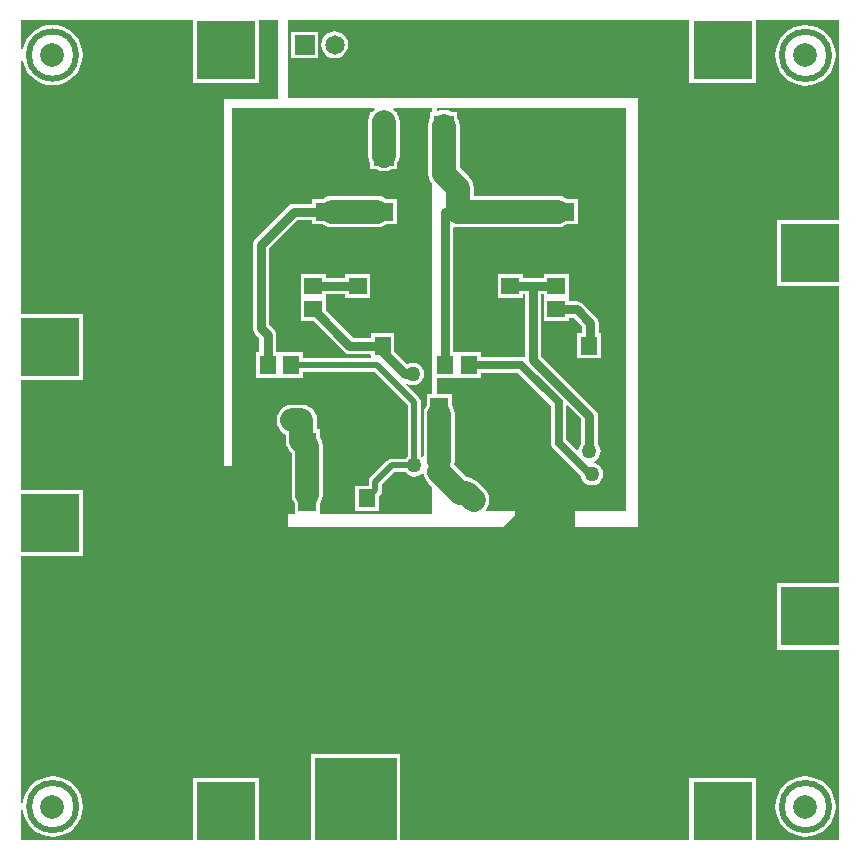
<source format=gbl>
G04 Layer_Physical_Order=2*
G04 Layer_Color=16711680*
%FSLAX23Y23*%
%MOIN*%
G70*
G01*
G75*
%ADD11R,0.059X0.055*%
%ADD17C,0.030*%
%ADD18C,0.080*%
%ADD19C,0.028*%
%ADD20C,0.020*%
%ADD22C,0.020*%
%ADD23R,0.197X0.197*%
%ADD24R,0.197X0.197*%
%ADD25R,0.276X0.276*%
%ADD26R,0.065X0.118*%
%ADD27R,0.065X0.065*%
%ADD28C,0.065*%
%ADD29C,0.079*%
%ADD30C,0.020*%
%ADD31C,0.050*%
%ADD32R,0.055X0.059*%
%ADD33R,0.059X0.110*%
%ADD34R,0.110X0.059*%
%ADD35C,0.200*%
G36*
X2225Y2780D02*
X2045D01*
X2045Y1555D01*
X2073D01*
Y2751D01*
X2547D01*
X2548Y2746D01*
X2542Y2741D01*
X2538Y2736D01*
X2534D01*
Y2731D01*
X2534Y2730D01*
X2528Y2718D01*
X2527Y2704D01*
Y2691D01*
Y2591D01*
X2528Y2577D01*
X2534Y2565D01*
X2534Y2564D01*
Y2546D01*
X2552D01*
X2553Y2546D01*
X2565Y2540D01*
X2579Y2539D01*
X2593Y2540D01*
X2605Y2546D01*
X2606Y2546D01*
X2624D01*
Y2564D01*
X2624Y2565D01*
X2630Y2577D01*
X2631Y2591D01*
Y2691D01*
Y2704D01*
X2630Y2718D01*
X2624Y2730D01*
X2624Y2731D01*
Y2736D01*
X2620D01*
X2616Y2741D01*
X2610Y2746D01*
X2611Y2751D01*
X2739D01*
Y2736D01*
X2734D01*
Y2718D01*
X2734Y2717D01*
X2728Y2705D01*
X2727Y2691D01*
Y2591D01*
Y2531D01*
X2728Y2517D01*
X2734Y2505D01*
X2739Y2498D01*
Y1795D01*
X2721D01*
Y1759D01*
X2718Y1754D01*
X2712Y1742D01*
X2711Y1728D01*
Y1588D01*
X2706Y1586D01*
X2702Y1588D01*
Y1768D01*
X2701Y1777D01*
X2696Y1784D01*
X2652Y1828D01*
X2655Y1831D01*
X2656Y1831D01*
X2665Y1827D01*
X2675Y1826D01*
X2685Y1827D01*
X2694Y1831D01*
X2701Y1837D01*
X2707Y1844D01*
X2711Y1853D01*
X2712Y1863D01*
X2711Y1873D01*
X2707Y1882D01*
X2701Y1889D01*
X2694Y1895D01*
X2685Y1899D01*
X2675Y1900D01*
X2665Y1899D01*
X2656Y1895D01*
X2656Y1895D01*
X2614Y1936D01*
Y1999D01*
X2535D01*
Y1984D01*
X2475D01*
X2385Y2075D01*
Y2129D01*
X2450D01*
Y2117D01*
X2534D01*
Y2196D01*
X2450D01*
Y2184D01*
X2385D01*
Y2196D01*
X2302D01*
Y2117D01*
Y2038D01*
X2345D01*
X2445Y1938D01*
X2451Y1933D01*
X2457Y1931D01*
X2464Y1930D01*
X2532D01*
X2535Y1926D01*
Y1915D01*
X2530Y1915D01*
X2310D01*
Y1935D01*
X2219D01*
Y1993D01*
X2218Y2000D01*
X2215Y2007D01*
X2211Y2013D01*
X2196Y2027D01*
Y2282D01*
X2291Y2377D01*
X2339D01*
Y2362D01*
X2375D01*
X2380Y2359D01*
X2393Y2353D01*
X2407Y2352D01*
X2556D01*
X2569Y2353D01*
X2582Y2359D01*
X2587Y2362D01*
X2623D01*
Y2446D01*
X2587D01*
X2582Y2449D01*
X2569Y2455D01*
X2556Y2456D01*
X2407D01*
X2393Y2455D01*
X2380Y2449D01*
X2375Y2446D01*
X2339D01*
Y2431D01*
X2280D01*
X2273Y2430D01*
X2266Y2428D01*
X2261Y2423D01*
X2150Y2312D01*
X2145Y2307D01*
X2143Y2300D01*
X2142Y2293D01*
Y2016D01*
X2143Y2009D01*
X2145Y2002D01*
X2150Y1997D01*
X2164Y1982D01*
Y1935D01*
X2152D01*
Y1851D01*
X2310D01*
Y1871D01*
X2546D01*
X2658Y1759D01*
Y1587D01*
X2654Y1584D01*
X2651Y1580D01*
X2605D01*
X2596Y1579D01*
X2589Y1574D01*
X2534Y1519D01*
X2529Y1512D01*
X2528Y1503D01*
Y1491D01*
X2484D01*
Y1407D01*
X2563D01*
Y1457D01*
X2566Y1460D01*
X2571Y1467D01*
X2572Y1476D01*
Y1494D01*
X2614Y1536D01*
X2651D01*
X2654Y1532D01*
X2661Y1526D01*
X2670Y1522D01*
X2680Y1521D01*
X2690Y1522D01*
X2699Y1526D01*
X2706Y1531D01*
X2707Y1531D01*
X2711Y1530D01*
X2712Y1523D01*
X2718Y1511D01*
X2726Y1500D01*
X2739Y1487D01*
Y1396D01*
X2365D01*
Y1430D01*
X2368Y1435D01*
X2374Y1447D01*
X2375Y1461D01*
Y1612D01*
Y1622D01*
X2374Y1636D01*
X2368Y1648D01*
X2365Y1653D01*
Y1679D01*
X2356D01*
Y1708D01*
X2355Y1722D01*
X2349Y1734D01*
X2341Y1745D01*
X2330Y1753D01*
X2318Y1759D01*
X2304Y1760D01*
X2296Y1759D01*
X2289Y1760D01*
X2273D01*
X2259Y1759D01*
X2247Y1753D01*
X2236Y1745D01*
X2228Y1734D01*
X2222Y1722D01*
X2221Y1708D01*
X2222Y1694D01*
X2228Y1682D01*
X2236Y1671D01*
X2247Y1663D01*
X2252Y1661D01*
Y1641D01*
X2253Y1627D01*
X2259Y1615D01*
X2267Y1604D01*
X2271Y1600D01*
Y1461D01*
X2272Y1447D01*
X2278Y1435D01*
X2281Y1430D01*
Y1396D01*
X2260D01*
X2260Y311D01*
X2256Y308D01*
X2164D01*
Y517D01*
X1943D01*
Y308D01*
X1370D01*
Y410D01*
X1375Y410D01*
X1376Y401D01*
X1382Y382D01*
X1391Y365D01*
X1404Y350D01*
X1419Y337D01*
X1436Y328D01*
X1455Y322D01*
X1475Y320D01*
X1495Y322D01*
X1514Y328D01*
X1531Y337D01*
X1546Y350D01*
X1559Y365D01*
X1568Y382D01*
X1574Y401D01*
X1576Y421D01*
X1574Y441D01*
X1568Y460D01*
X1559Y477D01*
X1546Y492D01*
X1531Y505D01*
X1514Y514D01*
X1495Y520D01*
X1475Y522D01*
X1455Y520D01*
X1436Y514D01*
X1419Y505D01*
X1404Y492D01*
X1391Y477D01*
X1382Y460D01*
X1376Y441D01*
X1375Y432D01*
X1370Y432D01*
Y1255D01*
X1576D01*
Y1476D01*
X1370D01*
Y1842D01*
X1576D01*
Y2062D01*
X1370D01*
Y2906D01*
X1375Y2906D01*
X1381Y2887D01*
X1390Y2870D01*
X1403Y2855D01*
X1418Y2842D01*
X1435Y2833D01*
X1454Y2827D01*
X1474Y2825D01*
X1494Y2827D01*
X1513Y2833D01*
X1530Y2842D01*
X1545Y2855D01*
X1558Y2870D01*
X1567Y2887D01*
X1573Y2906D01*
X1575Y2926D01*
X1573Y2946D01*
X1567Y2965D01*
X1558Y2982D01*
X1545Y2997D01*
X1530Y3010D01*
X1513Y3019D01*
X1494Y3025D01*
X1474Y3027D01*
X1454Y3025D01*
X1435Y3019D01*
X1418Y3010D01*
X1403Y2997D01*
X1390Y2982D01*
X1381Y2965D01*
X1375Y2946D01*
X1370Y2946D01*
Y3042D01*
X1943D01*
Y2833D01*
X2164D01*
Y3042D01*
X2225D01*
Y2780D01*
D02*
G37*
G36*
X3386Y1407D02*
X2922D01*
X2920Y1411D01*
X2923Y1416D01*
X2929Y1428D01*
X2930Y1442D01*
X2929Y1456D01*
X2923Y1468D01*
X2915Y1479D01*
X2891Y1503D01*
X2880Y1511D01*
X2868Y1517D01*
X2856Y1518D01*
X2814Y1560D01*
X2815Y1573D01*
Y1728D01*
X2814Y1742D01*
X2808Y1754D01*
X2805Y1759D01*
Y1795D01*
X2755D01*
Y1851D01*
X2901D01*
Y1867D01*
X3025D01*
X3135Y1757D01*
Y1634D01*
X3135Y1634D01*
X3136Y1627D01*
X3138Y1621D01*
X3142Y1615D01*
X3236Y1522D01*
X3236Y1519D01*
X3240Y1510D01*
X3246Y1503D01*
X3253Y1497D01*
X3262Y1493D01*
X3272Y1492D01*
X3282Y1493D01*
X3291Y1497D01*
X3298Y1503D01*
X3304Y1510D01*
X3308Y1519D01*
X3309Y1529D01*
X3308Y1539D01*
X3304Y1548D01*
X3298Y1555D01*
X3291Y1561D01*
X3282Y1565D01*
X3278Y1565D01*
X3278Y1571D01*
X3283Y1573D01*
X3290Y1579D01*
X3296Y1586D01*
X3300Y1595D01*
X3301Y1605D01*
X3300Y1615D01*
X3296Y1624D01*
X3291Y1630D01*
Y1720D01*
X3292Y1724D01*
X3291Y1731D01*
X3288Y1737D01*
X3284Y1743D01*
X3104Y1922D01*
Y2129D01*
X3112D01*
Y2117D01*
Y2038D01*
X3196D01*
Y2050D01*
X3211D01*
X3240Y2021D01*
Y1999D01*
X3224D01*
Y1915D01*
X3303D01*
Y1999D01*
X3295D01*
Y2033D01*
X3294Y2040D01*
X3291Y2046D01*
X3287Y2052D01*
X3242Y2097D01*
X3236Y2101D01*
X3229Y2104D01*
X3222Y2105D01*
X3196D01*
Y2117D01*
Y2196D01*
X3112D01*
Y2184D01*
X3042D01*
Y2196D01*
X2958D01*
Y2117D01*
X3042D01*
Y2129D01*
X3050D01*
Y1921D01*
X3045Y1918D01*
X3043Y1918D01*
X3036Y1919D01*
X3036Y1919D01*
X2901D01*
Y1935D01*
X2810D01*
Y2349D01*
X2815Y2353D01*
X2826Y2352D01*
X3158D01*
X3172Y2353D01*
X3184Y2359D01*
X3189Y2362D01*
X3225D01*
Y2446D01*
X3189D01*
X3184Y2449D01*
X3172Y2455D01*
X3158Y2456D01*
X2878D01*
Y2484D01*
X2877Y2498D01*
X2871Y2510D01*
X2863Y2521D01*
X2831Y2553D01*
Y2691D01*
X2830Y2705D01*
X2824Y2717D01*
X2823Y2718D01*
Y2736D01*
X2806D01*
X2805Y2736D01*
X2793Y2742D01*
X2779Y2743D01*
X2765Y2742D01*
X2759Y2739D01*
X2755Y2742D01*
Y2751D01*
X3386D01*
Y1407D01*
D02*
G37*
G36*
X3237Y1713D02*
Y1630D01*
X3232Y1624D01*
X3228Y1615D01*
X3227Y1611D01*
X3223Y1609D01*
X3187Y1645D01*
Y1756D01*
X3192Y1758D01*
X3237Y1713D01*
D02*
G37*
G36*
X4097Y2377D02*
X3888D01*
Y2157D01*
X4097D01*
Y1165D01*
X3888D01*
Y944D01*
X4097D01*
Y308D01*
X3818D01*
Y517D01*
X3597D01*
Y308D01*
X2634D01*
Y596D01*
X2335D01*
Y308D01*
X2260D01*
Y1354D01*
X3425D01*
Y2783D01*
X2264Y2783D01*
X2260Y2787D01*
Y3042D01*
X3597D01*
Y2833D01*
X3818D01*
Y3042D01*
X4097D01*
Y2377D01*
D02*
G37*
%LPC*%
G36*
X2359Y3004D02*
X2270D01*
Y2915D01*
X2359D01*
Y3004D01*
D02*
G37*
G36*
X3984Y522D02*
X3964Y520D01*
X3945Y514D01*
X3928Y505D01*
X3913Y492D01*
X3900Y477D01*
X3891Y460D01*
X3885Y441D01*
X3883Y421D01*
X3885Y401D01*
X3891Y382D01*
X3900Y365D01*
X3913Y350D01*
X3928Y337D01*
X3945Y328D01*
X3964Y322D01*
X3984Y320D01*
X4004Y322D01*
X4023Y328D01*
X4040Y337D01*
X4055Y350D01*
X4068Y365D01*
X4077Y382D01*
X4083Y401D01*
X4085Y421D01*
X4083Y441D01*
X4077Y460D01*
X4068Y477D01*
X4055Y492D01*
X4040Y505D01*
X4023Y514D01*
X4004Y520D01*
X3984Y522D01*
D02*
G37*
G36*
Y3026D02*
X3964Y3024D01*
X3945Y3018D01*
X3928Y3009D01*
X3913Y2996D01*
X3900Y2981D01*
X3891Y2964D01*
X3885Y2945D01*
X3883Y2925D01*
X3885Y2905D01*
X3891Y2886D01*
X3900Y2869D01*
X3913Y2854D01*
X3928Y2841D01*
X3945Y2832D01*
X3964Y2826D01*
X3984Y2824D01*
X4004Y2826D01*
X4023Y2832D01*
X4040Y2841D01*
X4055Y2854D01*
X4068Y2869D01*
X4077Y2886D01*
X4083Y2905D01*
X4085Y2925D01*
X4083Y2945D01*
X4077Y2964D01*
X4068Y2981D01*
X4055Y2996D01*
X4040Y3009D01*
X4023Y3018D01*
X4004Y3024D01*
X3984Y3026D01*
D02*
G37*
G36*
X2415Y3005D02*
X2403Y3003D01*
X2393Y2999D01*
X2383Y2992D01*
X2376Y2982D01*
X2372Y2972D01*
X2370Y2960D01*
X2372Y2948D01*
X2376Y2938D01*
X2383Y2928D01*
X2393Y2921D01*
X2403Y2917D01*
X2415Y2915D01*
X2427Y2917D01*
X2437Y2921D01*
X2447Y2928D01*
X2454Y2938D01*
X2458Y2948D01*
X2460Y2960D01*
X2458Y2972D01*
X2454Y2982D01*
X2447Y2992D01*
X2437Y2999D01*
X2427Y3003D01*
X2415Y3005D01*
D02*
G37*
%LPD*%
D11*
X3000Y2156D02*
D03*
Y2078D02*
D03*
X3154Y2156D02*
D03*
Y2078D02*
D03*
X2492D02*
D03*
Y2156D02*
D03*
X2343Y2078D02*
D03*
Y2156D02*
D03*
D17*
X3154Y2078D02*
X3222D01*
X3267Y2033D01*
Y1957D02*
Y2033D01*
X3087Y2156D02*
X3154D01*
X3000D02*
X3087D01*
X3077Y1911D02*
Y2146D01*
X3087Y2156D01*
X2192Y1893D02*
Y1993D01*
X2169Y2016D02*
X2192Y1993D01*
X2169Y2016D02*
Y2293D01*
X2280Y2404D01*
X2407D01*
X2343Y2156D02*
X2492D01*
X2343Y2078D02*
X2464Y1957D01*
X2575D01*
X2649Y1863D02*
X2675D01*
X2575Y1937D02*
X2649Y1863D01*
X2575Y1937D02*
Y1957D01*
X2783Y1893D02*
Y2404D01*
X3264Y1605D02*
Y1723D01*
X3264Y1724D01*
X3077Y1911D02*
X3264Y1724D01*
D18*
X2304Y1641D02*
Y1708D01*
X2779Y2591D02*
Y2691D01*
Y2531D02*
Y2691D01*
X2304Y1641D02*
X2323Y1622D01*
X2763Y1573D02*
Y1728D01*
X2323Y1461D02*
Y1612D01*
Y1622D01*
X2407Y2404D02*
X2556D01*
X2826D02*
X3008D01*
X3158D01*
X2826D02*
Y2484D01*
X2779Y2531D02*
X2826Y2484D01*
X2579Y2591D02*
Y2691D01*
X2854Y1466D02*
X2878Y1442D01*
X2834Y1466D02*
X2854D01*
X2763Y1537D02*
X2834Y1466D01*
X2273Y1708D02*
X2289D01*
X2579Y2691D02*
Y2704D01*
D19*
X3036Y1893D02*
X3161Y1768D01*
X2861Y1893D02*
X3036D01*
X3266Y1529D02*
X3272D01*
X3161Y1634D02*
Y1768D01*
Y1634D02*
X3266Y1529D01*
D20*
X2680Y1558D02*
Y1768D01*
X2555Y1893D02*
X2680Y1768D01*
X2270Y1893D02*
X2555D01*
X2523Y1449D02*
X2550Y1476D01*
Y1503D01*
X2605Y1558D01*
X2680D01*
D22*
X4063Y2925D02*
G03*
X4063Y2925I-79J0D01*
G01*
Y421D02*
G03*
X4063Y421I-79J0D01*
G01*
X1554D02*
G03*
X1554Y421I-79J0D01*
G01*
X1553Y2926D02*
G03*
X1553Y2926I-79J0D01*
G01*
D23*
X2054Y2943D02*
D03*
X1743D02*
D03*
X2054Y407D02*
D03*
X1743D02*
D03*
X3708D02*
D03*
X3397D02*
D03*
Y2943D02*
D03*
X3708D02*
D03*
D24*
X3998Y1055D02*
D03*
Y1366D02*
D03*
X3999Y2267D02*
D03*
Y1956D02*
D03*
X1466Y1952D02*
D03*
Y2263D02*
D03*
Y1366D02*
D03*
Y1055D02*
D03*
D25*
X2953Y446D02*
D03*
X2485D02*
D03*
D26*
X3083Y1629D02*
D03*
X2503Y1635D02*
D03*
D27*
X2579Y2591D02*
D03*
X2779D02*
D03*
Y2691D02*
D03*
X2579D02*
D03*
X2315Y2960D02*
D03*
D28*
X2679Y2591D02*
D03*
X2879D02*
D03*
Y2691D02*
D03*
X2679D02*
D03*
X2415Y2960D02*
D03*
D29*
X3984Y2926D02*
D03*
Y421D02*
D03*
X1474D02*
D03*
Y2926D02*
D03*
D30*
X1999Y391D02*
D03*
Y470D02*
D03*
Y430D02*
D03*
Y352D02*
D03*
X2038Y391D02*
D03*
Y470D02*
D03*
Y430D02*
D03*
Y352D02*
D03*
X1684Y2888D02*
D03*
X1723D02*
D03*
X1763D02*
D03*
X1802D02*
D03*
X1684Y2928D02*
D03*
X1723D02*
D03*
X1763D02*
D03*
X1802D02*
D03*
X1684Y2967D02*
D03*
X1723D02*
D03*
X1763D02*
D03*
X1802D02*
D03*
X1684Y3006D02*
D03*
X1723D02*
D03*
X1763D02*
D03*
X1802D02*
D03*
X1999Y2888D02*
D03*
X2038D02*
D03*
X2077D02*
D03*
X2117D02*
D03*
X1999Y2928D02*
D03*
X2038D02*
D03*
X2077D02*
D03*
X2117D02*
D03*
X1999Y2967D02*
D03*
X2038D02*
D03*
X2077D02*
D03*
X2117D02*
D03*
X1999Y3006D02*
D03*
X2038D02*
D03*
X2077D02*
D03*
X2117D02*
D03*
X1684Y352D02*
D03*
X1723D02*
D03*
X1763D02*
D03*
X1802D02*
D03*
X1684Y391D02*
D03*
X1723D02*
D03*
X1763D02*
D03*
X1802D02*
D03*
X1684Y430D02*
D03*
X1723D02*
D03*
X1763D02*
D03*
X1802D02*
D03*
X1684Y470D02*
D03*
X1723D02*
D03*
X1763D02*
D03*
X1802D02*
D03*
X2077Y352D02*
D03*
X2117D02*
D03*
X2077Y391D02*
D03*
X2117D02*
D03*
X2077Y430D02*
D03*
X2117D02*
D03*
X2077Y470D02*
D03*
X2117D02*
D03*
X3338Y352D02*
D03*
X3377D02*
D03*
X3416D02*
D03*
X3456D02*
D03*
X3338Y391D02*
D03*
X3377D02*
D03*
X3416D02*
D03*
X3456D02*
D03*
X3338Y430D02*
D03*
X3377D02*
D03*
X3416D02*
D03*
X3456D02*
D03*
X3338Y470D02*
D03*
X3377D02*
D03*
X3416D02*
D03*
X3456D02*
D03*
X3653Y352D02*
D03*
X3692D02*
D03*
X3731D02*
D03*
X3771D02*
D03*
X3653Y391D02*
D03*
X3692D02*
D03*
X3731D02*
D03*
X3771D02*
D03*
X3653Y430D02*
D03*
X3692D02*
D03*
X3731D02*
D03*
X3771D02*
D03*
X3653Y470D02*
D03*
X3692D02*
D03*
X3731D02*
D03*
X3771D02*
D03*
X3943Y1425D02*
D03*
Y1385D02*
D03*
Y1346D02*
D03*
Y1307D02*
D03*
X3983Y1425D02*
D03*
Y1385D02*
D03*
Y1346D02*
D03*
Y1307D02*
D03*
X4022Y1425D02*
D03*
Y1385D02*
D03*
Y1346D02*
D03*
Y1307D02*
D03*
X4061Y1425D02*
D03*
Y1385D02*
D03*
Y1346D02*
D03*
Y1307D02*
D03*
X3943Y1110D02*
D03*
Y1071D02*
D03*
Y1031D02*
D03*
Y992D02*
D03*
X3983Y1110D02*
D03*
Y1071D02*
D03*
Y1031D02*
D03*
Y992D02*
D03*
X4022Y1110D02*
D03*
Y1071D02*
D03*
Y1031D02*
D03*
Y992D02*
D03*
X4061Y1110D02*
D03*
Y1071D02*
D03*
Y1031D02*
D03*
Y992D02*
D03*
X4054Y1897D02*
D03*
Y1936D02*
D03*
Y1976D02*
D03*
Y2015D02*
D03*
X4014Y1897D02*
D03*
Y1936D02*
D03*
Y1976D02*
D03*
Y2015D02*
D03*
X3975Y1897D02*
D03*
Y1936D02*
D03*
Y1976D02*
D03*
Y2015D02*
D03*
X3936Y1897D02*
D03*
Y1936D02*
D03*
Y1976D02*
D03*
Y2015D02*
D03*
X4054Y2212D02*
D03*
Y2251D02*
D03*
Y2291D02*
D03*
Y2330D02*
D03*
X4014Y2212D02*
D03*
Y2251D02*
D03*
Y2291D02*
D03*
Y2330D02*
D03*
X3975Y2212D02*
D03*
Y2251D02*
D03*
Y2291D02*
D03*
Y2330D02*
D03*
X3936Y2212D02*
D03*
Y2251D02*
D03*
Y2291D02*
D03*
Y2330D02*
D03*
X1411Y2322D02*
D03*
Y2283D02*
D03*
Y2243D02*
D03*
Y2204D02*
D03*
X1450Y2322D02*
D03*
Y2283D02*
D03*
Y2243D02*
D03*
Y2204D02*
D03*
X1490Y2322D02*
D03*
Y2283D02*
D03*
Y2243D02*
D03*
Y2204D02*
D03*
X1529Y2322D02*
D03*
Y2283D02*
D03*
Y2243D02*
D03*
Y2204D02*
D03*
X1411Y2007D02*
D03*
Y1968D02*
D03*
Y1928D02*
D03*
Y1889D02*
D03*
X1450Y2007D02*
D03*
Y1968D02*
D03*
Y1928D02*
D03*
Y1889D02*
D03*
X1490Y2007D02*
D03*
Y1968D02*
D03*
Y1928D02*
D03*
Y1889D02*
D03*
X1529Y2007D02*
D03*
Y1968D02*
D03*
Y1928D02*
D03*
Y1889D02*
D03*
X1521Y996D02*
D03*
Y1035D02*
D03*
Y1074D02*
D03*
Y1114D02*
D03*
X1482Y996D02*
D03*
Y1035D02*
D03*
Y1074D02*
D03*
Y1114D02*
D03*
X1442Y996D02*
D03*
Y1035D02*
D03*
Y1074D02*
D03*
Y1114D02*
D03*
X1403Y996D02*
D03*
Y1035D02*
D03*
Y1074D02*
D03*
Y1114D02*
D03*
X1521Y1311D02*
D03*
Y1350D02*
D03*
Y1389D02*
D03*
Y1429D02*
D03*
X1482Y1311D02*
D03*
Y1350D02*
D03*
Y1389D02*
D03*
Y1429D02*
D03*
X1442Y1311D02*
D03*
Y1350D02*
D03*
Y1389D02*
D03*
Y1429D02*
D03*
X1403Y1311D02*
D03*
Y1350D02*
D03*
Y1389D02*
D03*
Y1429D02*
D03*
X2855Y343D02*
D03*
X2894D02*
D03*
X2933D02*
D03*
X2973D02*
D03*
X3012D02*
D03*
X3051D02*
D03*
X2855Y383D02*
D03*
X2894D02*
D03*
X2933D02*
D03*
X2973D02*
D03*
X3012D02*
D03*
X3051D02*
D03*
X2855Y422D02*
D03*
X2894D02*
D03*
X2933D02*
D03*
X2973D02*
D03*
X3012D02*
D03*
X3051D02*
D03*
X2855Y461D02*
D03*
X2894D02*
D03*
X2933D02*
D03*
X2973D02*
D03*
X3012D02*
D03*
X3051D02*
D03*
X2855Y501D02*
D03*
X2894D02*
D03*
X2933D02*
D03*
X2973D02*
D03*
X3012D02*
D03*
X3051D02*
D03*
X2855Y540D02*
D03*
X2894D02*
D03*
X2933D02*
D03*
X2973D02*
D03*
X3012D02*
D03*
X3051D02*
D03*
X2382Y343D02*
D03*
X2422D02*
D03*
X2461D02*
D03*
X2500D02*
D03*
X2540D02*
D03*
X2579D02*
D03*
X2382Y383D02*
D03*
X2422D02*
D03*
X2461D02*
D03*
X2500D02*
D03*
X2540D02*
D03*
X2579D02*
D03*
X2382Y422D02*
D03*
X2422D02*
D03*
X2461D02*
D03*
X2500D02*
D03*
X2540D02*
D03*
X2579D02*
D03*
X2382Y461D02*
D03*
X2422D02*
D03*
X2461D02*
D03*
X2500D02*
D03*
X2540D02*
D03*
X2579D02*
D03*
X2382Y501D02*
D03*
X2422D02*
D03*
X2461D02*
D03*
X2500D02*
D03*
X2540D02*
D03*
X2579D02*
D03*
Y540D02*
D03*
X2540D02*
D03*
X2500D02*
D03*
X2461D02*
D03*
X2422D02*
D03*
X2382D02*
D03*
X2382Y343D02*
D03*
X2422D02*
D03*
X2461D02*
D03*
X2500D02*
D03*
X2540D02*
D03*
X2579D02*
D03*
X2382Y383D02*
D03*
X2422D02*
D03*
X2461D02*
D03*
X2500D02*
D03*
X2540D02*
D03*
X2579D02*
D03*
X2382Y422D02*
D03*
X2422D02*
D03*
X2461D02*
D03*
X2500D02*
D03*
X2540D02*
D03*
X2579D02*
D03*
X2382Y461D02*
D03*
X2422D02*
D03*
X2461D02*
D03*
X2500D02*
D03*
X2540D02*
D03*
X2579D02*
D03*
X2382Y501D02*
D03*
X2422D02*
D03*
X2461D02*
D03*
X2500D02*
D03*
X2540D02*
D03*
X2579D02*
D03*
X2382Y540D02*
D03*
X2422D02*
D03*
X2461D02*
D03*
X2500D02*
D03*
X2540D02*
D03*
X2579D02*
D03*
X3083Y1644D02*
D03*
X3109Y1671D02*
D03*
X3083Y1671D02*
D03*
X3108Y1645D02*
D03*
X3107Y1616D02*
D03*
X3083D02*
D03*
X3059D02*
D03*
Y1644D02*
D03*
Y1671D02*
D03*
Y1589D02*
D03*
X3083D02*
D03*
X3108D02*
D03*
X2527Y1599D02*
D03*
X2502D02*
D03*
X2478D02*
D03*
Y1681D02*
D03*
Y1654D02*
D03*
Y1626D02*
D03*
X2502D02*
D03*
X2526D02*
D03*
X2527Y1655D02*
D03*
X2502Y1681D02*
D03*
X2528Y1681D02*
D03*
X2502Y1654D02*
D03*
X3771Y3006D02*
D03*
X3731D02*
D03*
X3692D02*
D03*
X3653D02*
D03*
X3771Y2967D02*
D03*
X3731D02*
D03*
X3692D02*
D03*
X3653D02*
D03*
X3771Y2928D02*
D03*
X3731D02*
D03*
X3692D02*
D03*
X3653D02*
D03*
X3771Y2888D02*
D03*
X3731D02*
D03*
X3692D02*
D03*
X3653D02*
D03*
X3456Y3006D02*
D03*
X3416D02*
D03*
X3377D02*
D03*
X3338D02*
D03*
X3456Y2967D02*
D03*
X3416D02*
D03*
X3377D02*
D03*
X3338D02*
D03*
X3456Y2928D02*
D03*
X3416D02*
D03*
X3377D02*
D03*
X3338D02*
D03*
X3456Y2888D02*
D03*
X3416D02*
D03*
X3377D02*
D03*
X3338D02*
D03*
D31*
X3272Y1529D02*
D03*
X2680Y1558D02*
D03*
X2675Y1863D02*
D03*
X3264Y1605D02*
D03*
X2878Y1442D02*
D03*
X2273Y1708D02*
D03*
D32*
X3263Y1957D02*
D03*
X3185D02*
D03*
X2653D02*
D03*
X2575D02*
D03*
X2445Y1449D02*
D03*
X2523D02*
D03*
X2192Y1893D02*
D03*
X2270D02*
D03*
X2783D02*
D03*
X2861D02*
D03*
D33*
X2885Y1573D02*
D03*
X2763D02*
D03*
X2885Y1728D02*
D03*
X2763D02*
D03*
X2201Y1612D02*
D03*
X2323D02*
D03*
X2201Y1461D02*
D03*
X2323D02*
D03*
D34*
X3008Y2282D02*
D03*
Y2404D02*
D03*
X3158Y2282D02*
D03*
Y2404D02*
D03*
X2556Y2282D02*
D03*
Y2404D02*
D03*
X2407Y2282D02*
D03*
Y2404D02*
D03*
D35*
X2345Y1180D02*
X2945D01*
X1743Y578D02*
X2345Y1180D01*
X3115Y1350D02*
Y1435D01*
X2945Y1180D02*
X3115Y1350D01*
M02*

</source>
